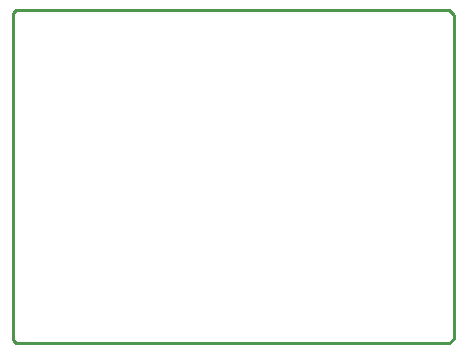
<source format=gko>
%FSLAX23Y23*%
%MOIN*%
G70*
G01*
G75*
G04 Layer_Color=16711935*
%ADD10R,0.118X0.039*%
%ADD11R,0.118X0.059*%
%ADD12R,0.020X0.024*%
%ADD13C,0.010*%
%ADD14C,0.030*%
%ADD15C,0.060*%
%ADD16C,0.236*%
%ADD17C,0.039*%
%ADD18C,0.005*%
%ADD19C,0.059*%
%ADD20R,0.126X0.047*%
%ADD21R,0.126X0.067*%
%ADD22R,0.028X0.032*%
%ADD23C,0.038*%
%ADD24C,0.068*%
D13*
X1475Y20D02*
Y975D01*
X1460Y5D02*
X1475Y20D01*
X15Y5D02*
X1460D01*
X5Y15D02*
X15Y5D01*
X5Y15D02*
Y1105D01*
X15Y1115D01*
X1460D01*
X1475Y1100D01*
Y975D02*
Y1100D01*
M02*

</source>
